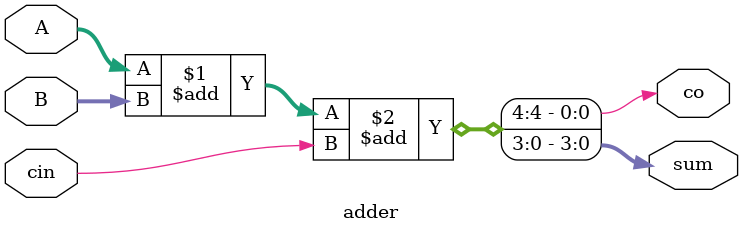
<source format=v>

module adder(input [3:0] A, input [3:0] B, input cin, output [3:0] sum, output co);

assign {co, sum} = A + B + cin;

endmodule
</source>
